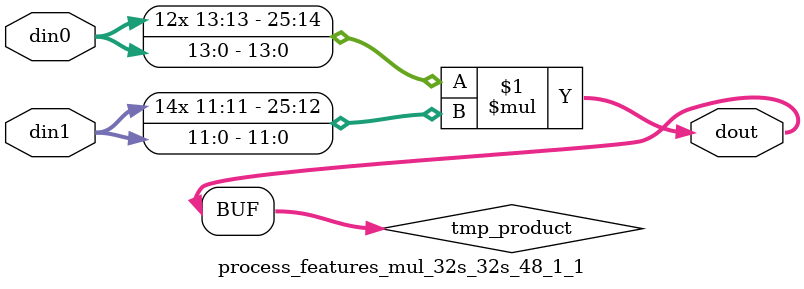
<source format=v>

`timescale 1 ns / 1 ps

 module process_features_mul_32s_32s_48_1_1(din0, din1, dout);
parameter ID = 1;
parameter NUM_STAGE = 0;
parameter din0_WIDTH = 14;
parameter din1_WIDTH = 12;
parameter dout_WIDTH = 26;

input [din0_WIDTH - 1 : 0] din0; 
input [din1_WIDTH - 1 : 0] din1; 
output [dout_WIDTH - 1 : 0] dout;

wire signed [dout_WIDTH - 1 : 0] tmp_product;



























assign tmp_product = $signed(din0) * $signed(din1);








assign dout = tmp_product;





















endmodule

</source>
